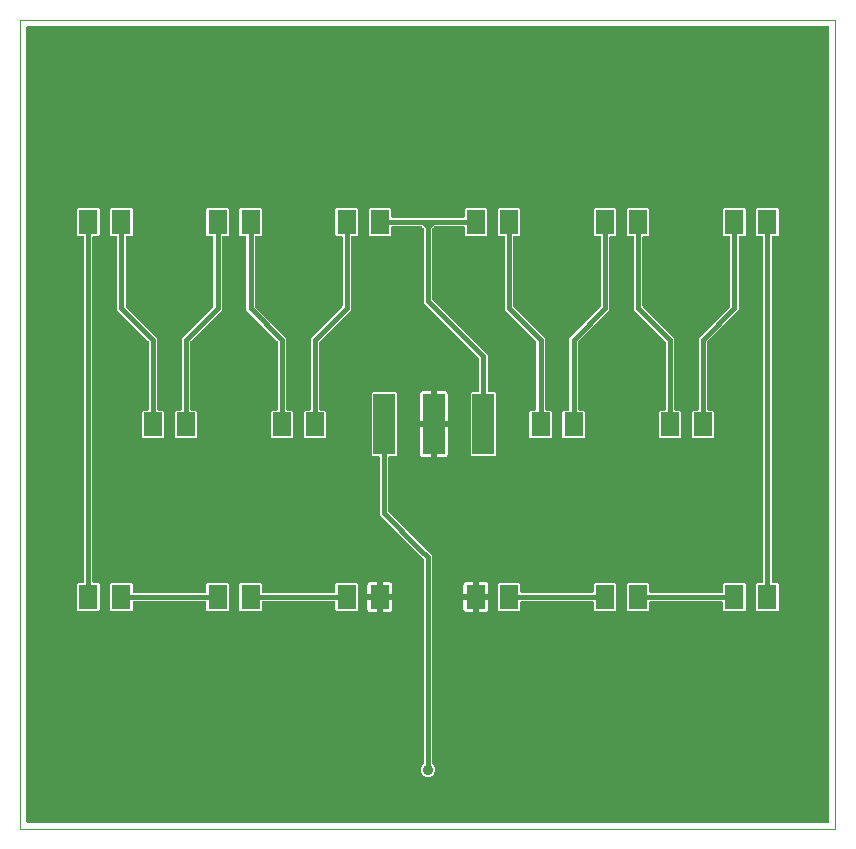
<source format=gbl>
G04 EAGLE Gerber RS-274X export*
G75*
%MOMM*%
%FSLAX34Y34*%
%LPD*%
%INCopper Bottom*%
%IPPOS*%
%AMOC8*
5,1,8,0,0,1.08239X$1,22.5*%
G01*
%ADD10C,0.000000*%
%ADD11R,1.600000X2.000000*%
%ADD12R,1.828800X5.080000*%
%ADD13C,0.406400*%
%ADD14C,0.904800*%

G36*
X683768Y5096D02*
X683768Y5096D01*
X683887Y5103D01*
X683925Y5116D01*
X683966Y5121D01*
X684076Y5164D01*
X684189Y5201D01*
X684224Y5223D01*
X684261Y5238D01*
X684357Y5307D01*
X684458Y5371D01*
X684486Y5401D01*
X684519Y5424D01*
X684595Y5516D01*
X684676Y5603D01*
X684696Y5638D01*
X684721Y5669D01*
X684772Y5777D01*
X684830Y5881D01*
X684840Y5921D01*
X684857Y5957D01*
X684879Y6074D01*
X684909Y6189D01*
X684913Y6249D01*
X684917Y6269D01*
X684915Y6290D01*
X684919Y6350D01*
X684919Y678650D01*
X684904Y678768D01*
X684897Y678887D01*
X684884Y678925D01*
X684879Y678966D01*
X684836Y679076D01*
X684799Y679189D01*
X684777Y679224D01*
X684762Y679261D01*
X684693Y679357D01*
X684629Y679458D01*
X684599Y679486D01*
X684576Y679519D01*
X684484Y679595D01*
X684397Y679676D01*
X684362Y679696D01*
X684331Y679721D01*
X684223Y679772D01*
X684119Y679830D01*
X684079Y679840D01*
X684043Y679857D01*
X683926Y679879D01*
X683811Y679909D01*
X683751Y679913D01*
X683731Y679917D01*
X683710Y679915D01*
X683650Y679919D01*
X6350Y679919D01*
X6232Y679904D01*
X6113Y679897D01*
X6075Y679884D01*
X6034Y679879D01*
X5924Y679836D01*
X5811Y679799D01*
X5776Y679777D01*
X5739Y679762D01*
X5643Y679693D01*
X5542Y679629D01*
X5514Y679599D01*
X5481Y679576D01*
X5405Y679484D01*
X5324Y679397D01*
X5304Y679362D01*
X5279Y679331D01*
X5228Y679223D01*
X5170Y679119D01*
X5160Y679079D01*
X5143Y679043D01*
X5121Y678926D01*
X5091Y678811D01*
X5087Y678751D01*
X5083Y678731D01*
X5085Y678710D01*
X5081Y678650D01*
X5081Y6350D01*
X5096Y6232D01*
X5103Y6113D01*
X5116Y6075D01*
X5121Y6034D01*
X5164Y5924D01*
X5201Y5811D01*
X5223Y5776D01*
X5238Y5739D01*
X5307Y5643D01*
X5371Y5542D01*
X5401Y5514D01*
X5424Y5481D01*
X5516Y5405D01*
X5603Y5324D01*
X5638Y5304D01*
X5669Y5279D01*
X5777Y5228D01*
X5881Y5170D01*
X5921Y5160D01*
X5957Y5143D01*
X6074Y5121D01*
X6189Y5091D01*
X6249Y5087D01*
X6269Y5083D01*
X6290Y5085D01*
X6350Y5081D01*
X683650Y5081D01*
X683768Y5096D01*
G37*
%LPC*%
G36*
X382224Y315575D02*
X382224Y315575D01*
X381331Y316468D01*
X381331Y368532D01*
X382224Y369425D01*
X387174Y369425D01*
X387292Y369440D01*
X387411Y369447D01*
X387449Y369460D01*
X387490Y369465D01*
X387600Y369508D01*
X387713Y369545D01*
X387748Y369567D01*
X387785Y369582D01*
X387881Y369651D01*
X387982Y369715D01*
X388010Y369745D01*
X388043Y369768D01*
X388119Y369860D01*
X388200Y369947D01*
X388220Y369982D01*
X388245Y370013D01*
X388296Y370121D01*
X388354Y370225D01*
X388364Y370265D01*
X388381Y370301D01*
X388403Y370418D01*
X388433Y370533D01*
X388437Y370593D01*
X388441Y370613D01*
X388439Y370634D01*
X388443Y370694D01*
X388443Y398001D01*
X388431Y398099D01*
X388428Y398198D01*
X388411Y398256D01*
X388403Y398317D01*
X388367Y398409D01*
X388339Y398504D01*
X388309Y398556D01*
X388286Y398612D01*
X388228Y398692D01*
X388178Y398778D01*
X388112Y398853D01*
X388100Y398870D01*
X388090Y398877D01*
X388072Y398899D01*
X341443Y445527D01*
X341443Y507687D01*
X341431Y507785D01*
X341428Y507884D01*
X341411Y507942D01*
X341403Y508003D01*
X341367Y508095D01*
X341339Y508190D01*
X341309Y508242D01*
X341286Y508298D01*
X341228Y508378D01*
X341178Y508464D01*
X341137Y508510D01*
X341136Y508512D01*
X341133Y508515D01*
X341112Y508539D01*
X341100Y508556D01*
X341090Y508563D01*
X341072Y508585D01*
X339835Y509822D01*
X339756Y509882D01*
X339684Y509950D01*
X339631Y509979D01*
X339583Y510016D01*
X339492Y510056D01*
X339406Y510104D01*
X339347Y510119D01*
X339291Y510143D01*
X339193Y510158D01*
X339098Y510183D01*
X338998Y510189D01*
X338977Y510193D01*
X338965Y510191D01*
X338937Y510193D01*
X315094Y510193D01*
X314976Y510178D01*
X314857Y510171D01*
X314819Y510158D01*
X314778Y510153D01*
X314668Y510110D01*
X314555Y510073D01*
X314520Y510051D01*
X314483Y510036D01*
X314387Y509967D01*
X314286Y509903D01*
X314258Y509873D01*
X314225Y509850D01*
X314149Y509758D01*
X314068Y509671D01*
X314048Y509636D01*
X314023Y509605D01*
X313972Y509497D01*
X313914Y509393D01*
X313904Y509353D01*
X313887Y509317D01*
X313865Y509200D01*
X313835Y509085D01*
X313831Y509025D01*
X313827Y509005D01*
X313829Y508984D01*
X313825Y508924D01*
X313825Y503118D01*
X312932Y502225D01*
X295668Y502225D01*
X294775Y503118D01*
X294775Y524382D01*
X295668Y525275D01*
X312932Y525275D01*
X313825Y524382D01*
X313825Y518576D01*
X313840Y518458D01*
X313847Y518339D01*
X313860Y518301D01*
X313865Y518260D01*
X313908Y518150D01*
X313945Y518037D01*
X313967Y518002D01*
X313982Y517965D01*
X314051Y517869D01*
X314115Y517768D01*
X314145Y517740D01*
X314168Y517707D01*
X314260Y517631D01*
X314347Y517550D01*
X314382Y517530D01*
X314413Y517505D01*
X314521Y517454D01*
X314625Y517396D01*
X314665Y517386D01*
X314701Y517369D01*
X314818Y517347D01*
X314933Y517317D01*
X314993Y517313D01*
X315013Y517309D01*
X315034Y517311D01*
X315094Y517307D01*
X374906Y517307D01*
X375024Y517322D01*
X375143Y517329D01*
X375181Y517342D01*
X375222Y517347D01*
X375332Y517390D01*
X375445Y517427D01*
X375480Y517449D01*
X375517Y517464D01*
X375613Y517533D01*
X375714Y517597D01*
X375742Y517627D01*
X375775Y517650D01*
X375851Y517742D01*
X375932Y517829D01*
X375952Y517864D01*
X375977Y517895D01*
X376028Y518003D01*
X376086Y518107D01*
X376096Y518147D01*
X376113Y518183D01*
X376135Y518300D01*
X376165Y518415D01*
X376169Y518475D01*
X376173Y518495D01*
X376171Y518516D01*
X376175Y518576D01*
X376175Y524382D01*
X377068Y525275D01*
X394332Y525275D01*
X395225Y524382D01*
X395225Y503118D01*
X394332Y502225D01*
X377068Y502225D01*
X376175Y503118D01*
X376175Y508924D01*
X376160Y509042D01*
X376153Y509161D01*
X376140Y509199D01*
X376135Y509240D01*
X376092Y509350D01*
X376055Y509463D01*
X376033Y509498D01*
X376018Y509535D01*
X375949Y509631D01*
X375885Y509732D01*
X375855Y509760D01*
X375832Y509793D01*
X375740Y509869D01*
X375653Y509950D01*
X375618Y509970D01*
X375587Y509995D01*
X375479Y510046D01*
X375375Y510104D01*
X375335Y510114D01*
X375299Y510131D01*
X375182Y510153D01*
X375067Y510183D01*
X375007Y510187D01*
X374987Y510191D01*
X374966Y510189D01*
X374906Y510193D01*
X351063Y510193D01*
X350965Y510181D01*
X350866Y510178D01*
X350808Y510161D01*
X350747Y510153D01*
X350655Y510117D01*
X350560Y510089D01*
X350508Y510059D01*
X350452Y510036D01*
X350372Y509978D01*
X350286Y509928D01*
X350211Y509862D01*
X350194Y509850D01*
X350187Y509840D01*
X350165Y509822D01*
X348928Y508585D01*
X348868Y508506D01*
X348800Y508434D01*
X348775Y508388D01*
X348771Y508384D01*
X348768Y508378D01*
X348734Y508333D01*
X348694Y508242D01*
X348646Y508156D01*
X348631Y508097D01*
X348607Y508041D01*
X348592Y507943D01*
X348567Y507848D01*
X348561Y507748D01*
X348557Y507727D01*
X348559Y507715D01*
X348557Y507687D01*
X348557Y448999D01*
X348569Y448901D01*
X348572Y448802D01*
X348589Y448744D01*
X348597Y448683D01*
X348633Y448591D01*
X348661Y448496D01*
X348691Y448444D01*
X348714Y448388D01*
X348772Y448308D01*
X348822Y448222D01*
X348888Y448147D01*
X348900Y448130D01*
X348910Y448123D01*
X348928Y448101D01*
X395557Y401473D01*
X395557Y370694D01*
X395572Y370576D01*
X395579Y370457D01*
X395592Y370419D01*
X395597Y370378D01*
X395640Y370268D01*
X395677Y370155D01*
X395699Y370120D01*
X395714Y370083D01*
X395783Y369987D01*
X395847Y369886D01*
X395877Y369858D01*
X395900Y369825D01*
X395992Y369749D01*
X396079Y369668D01*
X396114Y369648D01*
X396145Y369623D01*
X396253Y369572D01*
X396357Y369514D01*
X396397Y369504D01*
X396433Y369487D01*
X396550Y369465D01*
X396665Y369435D01*
X396725Y369431D01*
X396745Y369427D01*
X396766Y369429D01*
X396826Y369425D01*
X401776Y369425D01*
X402669Y368532D01*
X402669Y316468D01*
X401776Y315575D01*
X382224Y315575D01*
G37*
%LPD*%
%LPC*%
G36*
X343797Y43951D02*
X343797Y43951D01*
X341574Y44872D01*
X339872Y46574D01*
X338951Y48797D01*
X338951Y51203D01*
X339872Y53426D01*
X341072Y54626D01*
X341132Y54704D01*
X341200Y54776D01*
X341229Y54829D01*
X341266Y54877D01*
X341306Y54968D01*
X341354Y55055D01*
X341369Y55113D01*
X341393Y55169D01*
X341408Y55267D01*
X341433Y55363D01*
X341439Y55463D01*
X341443Y55483D01*
X341441Y55495D01*
X341443Y55523D01*
X341443Y228001D01*
X341431Y228099D01*
X341428Y228198D01*
X341411Y228256D01*
X341403Y228317D01*
X341367Y228409D01*
X341339Y228504D01*
X341309Y228556D01*
X341286Y228612D01*
X341228Y228692D01*
X341178Y228778D01*
X341112Y228853D01*
X341100Y228870D01*
X341090Y228877D01*
X341072Y228899D01*
X304443Y265527D01*
X304443Y314306D01*
X304428Y314424D01*
X304421Y314543D01*
X304408Y314581D01*
X304403Y314622D01*
X304360Y314732D01*
X304323Y314845D01*
X304301Y314880D01*
X304286Y314917D01*
X304217Y315013D01*
X304153Y315114D01*
X304123Y315142D01*
X304100Y315175D01*
X304008Y315251D01*
X303921Y315332D01*
X303886Y315352D01*
X303855Y315377D01*
X303747Y315428D01*
X303643Y315486D01*
X303603Y315496D01*
X303567Y315513D01*
X303450Y315535D01*
X303335Y315565D01*
X303275Y315569D01*
X303255Y315573D01*
X303234Y315571D01*
X303174Y315575D01*
X298224Y315575D01*
X297331Y316468D01*
X297331Y368532D01*
X298224Y369425D01*
X317776Y369425D01*
X318669Y368532D01*
X318669Y316468D01*
X317776Y315575D01*
X312826Y315575D01*
X312708Y315560D01*
X312589Y315553D01*
X312551Y315540D01*
X312510Y315535D01*
X312400Y315492D01*
X312287Y315455D01*
X312252Y315433D01*
X312215Y315418D01*
X312119Y315349D01*
X312018Y315285D01*
X311990Y315255D01*
X311957Y315232D01*
X311881Y315140D01*
X311800Y315053D01*
X311780Y315018D01*
X311755Y314987D01*
X311704Y314879D01*
X311646Y314775D01*
X311636Y314735D01*
X311619Y314699D01*
X311597Y314582D01*
X311567Y314467D01*
X311563Y314407D01*
X311559Y314387D01*
X311561Y314366D01*
X311557Y314306D01*
X311557Y268999D01*
X311569Y268901D01*
X311572Y268802D01*
X311589Y268744D01*
X311597Y268683D01*
X311633Y268591D01*
X311661Y268496D01*
X311691Y268444D01*
X311714Y268388D01*
X311772Y268308D01*
X311822Y268222D01*
X311888Y268147D01*
X311900Y268130D01*
X311910Y268123D01*
X311928Y268101D01*
X348557Y231473D01*
X348557Y55523D01*
X348569Y55425D01*
X348572Y55326D01*
X348589Y55268D01*
X348597Y55208D01*
X348633Y55116D01*
X348661Y55020D01*
X348691Y54968D01*
X348714Y54912D01*
X348772Y54832D01*
X348822Y54747D01*
X348888Y54671D01*
X348900Y54655D01*
X348910Y54647D01*
X348928Y54626D01*
X350128Y53426D01*
X351049Y51203D01*
X351049Y48797D01*
X350128Y46574D01*
X348426Y44872D01*
X346203Y43951D01*
X343797Y43951D01*
G37*
%LPD*%
%LPC*%
G36*
X48868Y184725D02*
X48868Y184725D01*
X47975Y185618D01*
X47975Y206882D01*
X48868Y207775D01*
X52674Y207775D01*
X52792Y207790D01*
X52911Y207797D01*
X52949Y207810D01*
X52990Y207815D01*
X53100Y207858D01*
X53213Y207895D01*
X53248Y207917D01*
X53285Y207932D01*
X53381Y208001D01*
X53482Y208065D01*
X53510Y208095D01*
X53543Y208118D01*
X53619Y208210D01*
X53700Y208297D01*
X53720Y208332D01*
X53745Y208363D01*
X53796Y208471D01*
X53854Y208575D01*
X53864Y208615D01*
X53881Y208651D01*
X53903Y208768D01*
X53933Y208883D01*
X53937Y208943D01*
X53941Y208963D01*
X53939Y208984D01*
X53943Y209044D01*
X53943Y500956D01*
X53928Y501074D01*
X53921Y501193D01*
X53908Y501231D01*
X53903Y501272D01*
X53860Y501382D01*
X53823Y501495D01*
X53801Y501530D01*
X53786Y501567D01*
X53717Y501663D01*
X53653Y501764D01*
X53623Y501792D01*
X53600Y501825D01*
X53508Y501901D01*
X53421Y501982D01*
X53386Y502002D01*
X53355Y502027D01*
X53247Y502078D01*
X53143Y502136D01*
X53103Y502146D01*
X53067Y502163D01*
X52950Y502185D01*
X52835Y502215D01*
X52775Y502219D01*
X52755Y502223D01*
X52734Y502221D01*
X52674Y502225D01*
X48868Y502225D01*
X47975Y503118D01*
X47975Y524382D01*
X48868Y525275D01*
X66132Y525275D01*
X67025Y524382D01*
X67025Y503118D01*
X66132Y502225D01*
X62326Y502225D01*
X62208Y502210D01*
X62089Y502203D01*
X62051Y502190D01*
X62010Y502185D01*
X61900Y502142D01*
X61787Y502105D01*
X61752Y502083D01*
X61715Y502068D01*
X61619Y501999D01*
X61518Y501935D01*
X61490Y501905D01*
X61457Y501882D01*
X61381Y501790D01*
X61300Y501703D01*
X61280Y501668D01*
X61255Y501637D01*
X61204Y501529D01*
X61146Y501425D01*
X61136Y501385D01*
X61119Y501349D01*
X61097Y501232D01*
X61067Y501117D01*
X61063Y501057D01*
X61059Y501037D01*
X61061Y501016D01*
X61057Y500956D01*
X61057Y209044D01*
X61072Y208926D01*
X61079Y208807D01*
X61092Y208769D01*
X61097Y208728D01*
X61140Y208618D01*
X61177Y208505D01*
X61199Y208470D01*
X61214Y208433D01*
X61283Y208337D01*
X61347Y208236D01*
X61377Y208208D01*
X61400Y208175D01*
X61492Y208099D01*
X61579Y208018D01*
X61614Y207998D01*
X61645Y207973D01*
X61753Y207922D01*
X61857Y207864D01*
X61897Y207854D01*
X61933Y207837D01*
X62050Y207815D01*
X62165Y207785D01*
X62225Y207781D01*
X62245Y207777D01*
X62266Y207779D01*
X62326Y207775D01*
X66132Y207775D01*
X67025Y206882D01*
X67025Y185618D01*
X66132Y184725D01*
X48868Y184725D01*
G37*
%LPD*%
%LPC*%
G36*
X623868Y184725D02*
X623868Y184725D01*
X622975Y185618D01*
X622975Y206882D01*
X623868Y207775D01*
X627674Y207775D01*
X627792Y207790D01*
X627911Y207797D01*
X627949Y207810D01*
X627990Y207815D01*
X628100Y207858D01*
X628213Y207895D01*
X628248Y207917D01*
X628285Y207932D01*
X628381Y208001D01*
X628482Y208065D01*
X628510Y208095D01*
X628543Y208118D01*
X628619Y208210D01*
X628700Y208297D01*
X628720Y208332D01*
X628745Y208363D01*
X628796Y208471D01*
X628854Y208575D01*
X628864Y208615D01*
X628881Y208651D01*
X628903Y208768D01*
X628933Y208883D01*
X628937Y208943D01*
X628941Y208963D01*
X628939Y208984D01*
X628943Y209044D01*
X628943Y500956D01*
X628928Y501074D01*
X628921Y501193D01*
X628908Y501231D01*
X628903Y501272D01*
X628860Y501382D01*
X628823Y501495D01*
X628801Y501530D01*
X628786Y501567D01*
X628717Y501663D01*
X628653Y501764D01*
X628623Y501792D01*
X628600Y501825D01*
X628508Y501901D01*
X628421Y501982D01*
X628386Y502002D01*
X628355Y502027D01*
X628247Y502078D01*
X628143Y502136D01*
X628103Y502146D01*
X628067Y502163D01*
X627950Y502185D01*
X627835Y502215D01*
X627775Y502219D01*
X627755Y502223D01*
X627734Y502221D01*
X627674Y502225D01*
X623868Y502225D01*
X622975Y503118D01*
X622975Y524382D01*
X623868Y525275D01*
X641132Y525275D01*
X642025Y524382D01*
X642025Y503118D01*
X641132Y502225D01*
X637326Y502225D01*
X637208Y502210D01*
X637089Y502203D01*
X637051Y502190D01*
X637010Y502185D01*
X636900Y502142D01*
X636787Y502105D01*
X636752Y502083D01*
X636715Y502068D01*
X636619Y501999D01*
X636518Y501935D01*
X636490Y501905D01*
X636457Y501882D01*
X636381Y501790D01*
X636300Y501703D01*
X636280Y501668D01*
X636255Y501637D01*
X636204Y501529D01*
X636146Y501425D01*
X636136Y501385D01*
X636119Y501349D01*
X636097Y501232D01*
X636067Y501117D01*
X636063Y501057D01*
X636059Y501037D01*
X636061Y501016D01*
X636057Y500956D01*
X636057Y209044D01*
X636072Y208926D01*
X636079Y208807D01*
X636092Y208769D01*
X636097Y208728D01*
X636140Y208618D01*
X636177Y208505D01*
X636199Y208470D01*
X636214Y208433D01*
X636283Y208337D01*
X636347Y208236D01*
X636377Y208208D01*
X636400Y208175D01*
X636492Y208099D01*
X636579Y208018D01*
X636614Y207998D01*
X636645Y207973D01*
X636753Y207922D01*
X636857Y207864D01*
X636897Y207854D01*
X636933Y207837D01*
X637050Y207815D01*
X637165Y207785D01*
X637225Y207781D01*
X637245Y207777D01*
X637266Y207779D01*
X637326Y207775D01*
X641132Y207775D01*
X642025Y206882D01*
X642025Y185618D01*
X641132Y184725D01*
X623868Y184725D01*
G37*
%LPD*%
%LPC*%
G36*
X212968Y330975D02*
X212968Y330975D01*
X212075Y331868D01*
X212075Y353132D01*
X212968Y354025D01*
X216774Y354025D01*
X216892Y354040D01*
X217011Y354047D01*
X217049Y354060D01*
X217090Y354065D01*
X217200Y354108D01*
X217313Y354145D01*
X217348Y354167D01*
X217385Y354182D01*
X217481Y354251D01*
X217582Y354315D01*
X217610Y354345D01*
X217643Y354368D01*
X217719Y354460D01*
X217800Y354547D01*
X217820Y354582D01*
X217845Y354613D01*
X217896Y354721D01*
X217954Y354825D01*
X217964Y354865D01*
X217981Y354901D01*
X218003Y355018D01*
X218033Y355133D01*
X218037Y355193D01*
X218041Y355213D01*
X218039Y355234D01*
X218043Y355294D01*
X218043Y412001D01*
X218031Y412099D01*
X218028Y412198D01*
X218011Y412256D01*
X218003Y412317D01*
X217967Y412409D01*
X217939Y412504D01*
X217909Y412556D01*
X217886Y412612D01*
X217828Y412692D01*
X217778Y412778D01*
X217712Y412853D01*
X217700Y412870D01*
X217690Y412877D01*
X217672Y412899D01*
X191343Y439227D01*
X191343Y500956D01*
X191328Y501074D01*
X191321Y501193D01*
X191308Y501231D01*
X191303Y501272D01*
X191260Y501382D01*
X191223Y501495D01*
X191201Y501530D01*
X191186Y501567D01*
X191117Y501663D01*
X191053Y501764D01*
X191023Y501792D01*
X191000Y501825D01*
X190908Y501901D01*
X190821Y501982D01*
X190786Y502002D01*
X190755Y502027D01*
X190647Y502078D01*
X190543Y502136D01*
X190503Y502146D01*
X190467Y502163D01*
X190350Y502185D01*
X190235Y502215D01*
X190175Y502219D01*
X190155Y502223D01*
X190134Y502221D01*
X190074Y502225D01*
X186268Y502225D01*
X185375Y503118D01*
X185375Y524382D01*
X186268Y525275D01*
X203532Y525275D01*
X204425Y524382D01*
X204425Y503118D01*
X203532Y502225D01*
X199726Y502225D01*
X199608Y502210D01*
X199489Y502203D01*
X199451Y502190D01*
X199410Y502185D01*
X199300Y502142D01*
X199187Y502105D01*
X199152Y502083D01*
X199115Y502068D01*
X199019Y501999D01*
X198918Y501935D01*
X198890Y501905D01*
X198857Y501882D01*
X198781Y501790D01*
X198700Y501703D01*
X198680Y501668D01*
X198655Y501637D01*
X198604Y501529D01*
X198546Y501425D01*
X198536Y501385D01*
X198519Y501349D01*
X198497Y501232D01*
X198467Y501117D01*
X198463Y501057D01*
X198459Y501037D01*
X198461Y501016D01*
X198457Y500956D01*
X198457Y442699D01*
X198469Y442601D01*
X198472Y442502D01*
X198489Y442444D01*
X198497Y442383D01*
X198533Y442291D01*
X198561Y442196D01*
X198591Y442144D01*
X198614Y442088D01*
X198672Y442008D01*
X198722Y441922D01*
X198788Y441847D01*
X198800Y441830D01*
X198810Y441823D01*
X198828Y441801D01*
X225157Y415473D01*
X225157Y355294D01*
X225172Y355176D01*
X225179Y355057D01*
X225192Y355019D01*
X225197Y354978D01*
X225240Y354868D01*
X225277Y354755D01*
X225299Y354720D01*
X225314Y354683D01*
X225383Y354587D01*
X225447Y354486D01*
X225477Y354458D01*
X225500Y354425D01*
X225592Y354349D01*
X225679Y354268D01*
X225714Y354248D01*
X225745Y354223D01*
X225853Y354172D01*
X225957Y354114D01*
X225997Y354104D01*
X226033Y354087D01*
X226150Y354065D01*
X226265Y354035D01*
X226325Y354031D01*
X226345Y354027D01*
X226366Y354029D01*
X226426Y354025D01*
X230232Y354025D01*
X231125Y353132D01*
X231125Y331868D01*
X230232Y330975D01*
X212968Y330975D01*
G37*
%LPD*%
%LPC*%
G36*
X103568Y330975D02*
X103568Y330975D01*
X102675Y331868D01*
X102675Y353132D01*
X103568Y354025D01*
X107374Y354025D01*
X107492Y354040D01*
X107611Y354047D01*
X107649Y354060D01*
X107690Y354065D01*
X107800Y354108D01*
X107913Y354145D01*
X107948Y354167D01*
X107985Y354182D01*
X108081Y354251D01*
X108182Y354315D01*
X108210Y354345D01*
X108243Y354368D01*
X108319Y354460D01*
X108400Y354547D01*
X108420Y354582D01*
X108445Y354613D01*
X108496Y354721D01*
X108554Y354825D01*
X108564Y354865D01*
X108581Y354901D01*
X108603Y355018D01*
X108633Y355133D01*
X108637Y355193D01*
X108641Y355213D01*
X108639Y355234D01*
X108643Y355294D01*
X108643Y412001D01*
X108631Y412099D01*
X108628Y412198D01*
X108611Y412256D01*
X108603Y412317D01*
X108567Y412409D01*
X108539Y412504D01*
X108509Y412556D01*
X108486Y412612D01*
X108428Y412692D01*
X108378Y412778D01*
X108312Y412853D01*
X108300Y412870D01*
X108290Y412877D01*
X108272Y412899D01*
X81943Y439227D01*
X81943Y500956D01*
X81928Y501074D01*
X81921Y501193D01*
X81908Y501231D01*
X81903Y501272D01*
X81860Y501382D01*
X81823Y501495D01*
X81801Y501530D01*
X81786Y501567D01*
X81717Y501663D01*
X81653Y501764D01*
X81623Y501792D01*
X81600Y501825D01*
X81508Y501901D01*
X81421Y501982D01*
X81386Y502002D01*
X81355Y502027D01*
X81247Y502078D01*
X81143Y502136D01*
X81103Y502146D01*
X81067Y502163D01*
X80950Y502185D01*
X80835Y502215D01*
X80775Y502219D01*
X80755Y502223D01*
X80734Y502221D01*
X80674Y502225D01*
X76868Y502225D01*
X75975Y503118D01*
X75975Y524382D01*
X76868Y525275D01*
X94132Y525275D01*
X95025Y524382D01*
X95025Y503118D01*
X94132Y502225D01*
X90326Y502225D01*
X90208Y502210D01*
X90089Y502203D01*
X90051Y502190D01*
X90010Y502185D01*
X89900Y502142D01*
X89787Y502105D01*
X89752Y502083D01*
X89715Y502068D01*
X89619Y501999D01*
X89518Y501935D01*
X89490Y501905D01*
X89457Y501882D01*
X89381Y501790D01*
X89300Y501703D01*
X89280Y501668D01*
X89255Y501637D01*
X89204Y501529D01*
X89146Y501425D01*
X89136Y501385D01*
X89119Y501349D01*
X89097Y501232D01*
X89067Y501117D01*
X89063Y501057D01*
X89059Y501037D01*
X89061Y501016D01*
X89057Y500956D01*
X89057Y442699D01*
X89069Y442601D01*
X89072Y442502D01*
X89089Y442444D01*
X89097Y442383D01*
X89133Y442291D01*
X89161Y442196D01*
X89191Y442144D01*
X89214Y442088D01*
X89272Y442008D01*
X89322Y441922D01*
X89388Y441847D01*
X89400Y441830D01*
X89410Y441823D01*
X89428Y441801D01*
X115757Y415473D01*
X115757Y355294D01*
X115772Y355176D01*
X115779Y355057D01*
X115792Y355019D01*
X115797Y354978D01*
X115840Y354868D01*
X115877Y354755D01*
X115899Y354720D01*
X115914Y354683D01*
X115983Y354587D01*
X116047Y354486D01*
X116077Y354458D01*
X116100Y354425D01*
X116192Y354349D01*
X116279Y354268D01*
X116314Y354248D01*
X116345Y354223D01*
X116453Y354172D01*
X116557Y354114D01*
X116597Y354104D01*
X116633Y354087D01*
X116750Y354065D01*
X116865Y354035D01*
X116925Y354031D01*
X116945Y354027D01*
X116966Y354029D01*
X117026Y354025D01*
X120832Y354025D01*
X121725Y353132D01*
X121725Y331868D01*
X120832Y330975D01*
X103568Y330975D01*
G37*
%LPD*%
%LPC*%
G36*
X431768Y330975D02*
X431768Y330975D01*
X430875Y331868D01*
X430875Y353132D01*
X431768Y354025D01*
X435574Y354025D01*
X435692Y354040D01*
X435811Y354047D01*
X435849Y354060D01*
X435890Y354065D01*
X436000Y354108D01*
X436113Y354145D01*
X436148Y354167D01*
X436185Y354182D01*
X436281Y354251D01*
X436382Y354315D01*
X436410Y354345D01*
X436443Y354368D01*
X436519Y354460D01*
X436600Y354547D01*
X436620Y354582D01*
X436645Y354613D01*
X436696Y354721D01*
X436754Y354825D01*
X436764Y354865D01*
X436781Y354901D01*
X436803Y355018D01*
X436833Y355133D01*
X436837Y355193D01*
X436841Y355213D01*
X436839Y355234D01*
X436843Y355294D01*
X436843Y412001D01*
X436831Y412099D01*
X436828Y412198D01*
X436811Y412256D01*
X436803Y412317D01*
X436767Y412409D01*
X436739Y412504D01*
X436709Y412556D01*
X436686Y412612D01*
X436628Y412692D01*
X436578Y412778D01*
X436512Y412853D01*
X436500Y412870D01*
X436490Y412877D01*
X436472Y412899D01*
X410143Y439227D01*
X410143Y500956D01*
X410128Y501074D01*
X410121Y501193D01*
X410108Y501231D01*
X410103Y501272D01*
X410060Y501382D01*
X410023Y501495D01*
X410001Y501530D01*
X409986Y501567D01*
X409917Y501663D01*
X409853Y501764D01*
X409823Y501792D01*
X409800Y501825D01*
X409708Y501901D01*
X409621Y501982D01*
X409586Y502002D01*
X409555Y502027D01*
X409447Y502078D01*
X409343Y502136D01*
X409303Y502146D01*
X409267Y502163D01*
X409150Y502185D01*
X409035Y502215D01*
X408975Y502219D01*
X408955Y502223D01*
X408934Y502221D01*
X408874Y502225D01*
X405068Y502225D01*
X404175Y503118D01*
X404175Y524382D01*
X405068Y525275D01*
X422332Y525275D01*
X423225Y524382D01*
X423225Y503118D01*
X422332Y502225D01*
X418526Y502225D01*
X418408Y502210D01*
X418289Y502203D01*
X418251Y502190D01*
X418210Y502185D01*
X418100Y502142D01*
X417987Y502105D01*
X417952Y502083D01*
X417915Y502068D01*
X417819Y501999D01*
X417718Y501935D01*
X417690Y501905D01*
X417657Y501882D01*
X417581Y501790D01*
X417500Y501703D01*
X417480Y501668D01*
X417455Y501637D01*
X417404Y501529D01*
X417346Y501425D01*
X417336Y501385D01*
X417319Y501349D01*
X417297Y501232D01*
X417267Y501117D01*
X417263Y501057D01*
X417259Y501037D01*
X417261Y501016D01*
X417257Y500956D01*
X417257Y442699D01*
X417269Y442601D01*
X417272Y442502D01*
X417289Y442444D01*
X417297Y442383D01*
X417333Y442291D01*
X417361Y442196D01*
X417391Y442144D01*
X417414Y442088D01*
X417472Y442008D01*
X417522Y441922D01*
X417588Y441847D01*
X417600Y441830D01*
X417610Y441823D01*
X417628Y441801D01*
X443957Y415473D01*
X443957Y355294D01*
X443972Y355176D01*
X443979Y355057D01*
X443992Y355019D01*
X443997Y354978D01*
X444040Y354868D01*
X444077Y354755D01*
X444099Y354720D01*
X444114Y354683D01*
X444183Y354587D01*
X444247Y354486D01*
X444277Y354458D01*
X444300Y354425D01*
X444392Y354349D01*
X444479Y354268D01*
X444514Y354248D01*
X444545Y354223D01*
X444653Y354172D01*
X444757Y354114D01*
X444797Y354104D01*
X444833Y354087D01*
X444950Y354065D01*
X445065Y354035D01*
X445125Y354031D01*
X445145Y354027D01*
X445166Y354029D01*
X445226Y354025D01*
X449032Y354025D01*
X449925Y353132D01*
X449925Y331868D01*
X449032Y330975D01*
X431768Y330975D01*
G37*
%LPD*%
%LPC*%
G36*
X541168Y330975D02*
X541168Y330975D01*
X540275Y331868D01*
X540275Y353132D01*
X541168Y354025D01*
X544974Y354025D01*
X545092Y354040D01*
X545211Y354047D01*
X545249Y354060D01*
X545290Y354065D01*
X545400Y354108D01*
X545513Y354145D01*
X545548Y354167D01*
X545585Y354182D01*
X545681Y354251D01*
X545782Y354315D01*
X545810Y354345D01*
X545843Y354368D01*
X545919Y354460D01*
X546000Y354547D01*
X546020Y354582D01*
X546045Y354613D01*
X546096Y354721D01*
X546154Y354825D01*
X546164Y354865D01*
X546181Y354901D01*
X546203Y355018D01*
X546233Y355133D01*
X546237Y355193D01*
X546241Y355213D01*
X546239Y355234D01*
X546243Y355294D01*
X546243Y412001D01*
X546231Y412099D01*
X546228Y412198D01*
X546211Y412256D01*
X546203Y412317D01*
X546167Y412409D01*
X546139Y412504D01*
X546109Y412556D01*
X546086Y412612D01*
X546028Y412692D01*
X545978Y412778D01*
X545912Y412853D01*
X545900Y412870D01*
X545890Y412877D01*
X545872Y412899D01*
X519543Y439227D01*
X519543Y500956D01*
X519528Y501074D01*
X519521Y501193D01*
X519508Y501231D01*
X519503Y501272D01*
X519460Y501382D01*
X519423Y501495D01*
X519401Y501530D01*
X519386Y501567D01*
X519317Y501663D01*
X519253Y501764D01*
X519223Y501792D01*
X519200Y501825D01*
X519108Y501901D01*
X519021Y501982D01*
X518986Y502002D01*
X518955Y502027D01*
X518847Y502078D01*
X518743Y502136D01*
X518703Y502146D01*
X518667Y502163D01*
X518550Y502185D01*
X518435Y502215D01*
X518375Y502219D01*
X518355Y502223D01*
X518334Y502221D01*
X518274Y502225D01*
X514468Y502225D01*
X513575Y503118D01*
X513575Y524382D01*
X514468Y525275D01*
X531732Y525275D01*
X532625Y524382D01*
X532625Y503118D01*
X531732Y502225D01*
X527926Y502225D01*
X527808Y502210D01*
X527689Y502203D01*
X527651Y502190D01*
X527610Y502185D01*
X527500Y502142D01*
X527387Y502105D01*
X527352Y502083D01*
X527315Y502068D01*
X527219Y501999D01*
X527118Y501935D01*
X527090Y501905D01*
X527057Y501882D01*
X526981Y501790D01*
X526900Y501703D01*
X526880Y501668D01*
X526855Y501637D01*
X526804Y501529D01*
X526746Y501425D01*
X526736Y501385D01*
X526719Y501349D01*
X526697Y501232D01*
X526667Y501117D01*
X526663Y501057D01*
X526659Y501037D01*
X526661Y501016D01*
X526657Y500956D01*
X526657Y442699D01*
X526669Y442601D01*
X526672Y442502D01*
X526689Y442444D01*
X526697Y442383D01*
X526733Y442291D01*
X526761Y442196D01*
X526791Y442144D01*
X526814Y442088D01*
X526872Y442008D01*
X526922Y441922D01*
X526988Y441847D01*
X527000Y441830D01*
X527010Y441823D01*
X527028Y441801D01*
X553357Y415473D01*
X553357Y355294D01*
X553372Y355176D01*
X553379Y355057D01*
X553392Y355019D01*
X553397Y354978D01*
X553440Y354868D01*
X553477Y354755D01*
X553499Y354720D01*
X553514Y354683D01*
X553583Y354587D01*
X553647Y354486D01*
X553677Y354458D01*
X553700Y354425D01*
X553792Y354349D01*
X553879Y354268D01*
X553914Y354248D01*
X553945Y354223D01*
X554053Y354172D01*
X554157Y354114D01*
X554197Y354104D01*
X554233Y354087D01*
X554350Y354065D01*
X554465Y354035D01*
X554525Y354031D01*
X554545Y354027D01*
X554566Y354029D01*
X554626Y354025D01*
X558432Y354025D01*
X559325Y353132D01*
X559325Y331868D01*
X558432Y330975D01*
X541168Y330975D01*
G37*
%LPD*%
%LPC*%
G36*
X240968Y330975D02*
X240968Y330975D01*
X240075Y331868D01*
X240075Y353132D01*
X240968Y354025D01*
X244774Y354025D01*
X244892Y354040D01*
X245011Y354047D01*
X245049Y354060D01*
X245090Y354065D01*
X245200Y354108D01*
X245313Y354145D01*
X245348Y354167D01*
X245385Y354182D01*
X245481Y354251D01*
X245582Y354315D01*
X245610Y354345D01*
X245643Y354368D01*
X245719Y354460D01*
X245800Y354547D01*
X245820Y354582D01*
X245845Y354613D01*
X245896Y354721D01*
X245954Y354825D01*
X245964Y354865D01*
X245981Y354901D01*
X246003Y355018D01*
X246033Y355133D01*
X246037Y355193D01*
X246041Y355213D01*
X246039Y355234D01*
X246043Y355294D01*
X246043Y415473D01*
X272372Y441801D01*
X272432Y441880D01*
X272500Y441952D01*
X272529Y442005D01*
X272566Y442053D01*
X272606Y442144D01*
X272654Y442230D01*
X272669Y442289D01*
X272693Y442345D01*
X272708Y442443D01*
X272733Y442538D01*
X272739Y442638D01*
X272743Y442659D01*
X272741Y442671D01*
X272743Y442699D01*
X272743Y500956D01*
X272728Y501074D01*
X272721Y501193D01*
X272708Y501231D01*
X272703Y501272D01*
X272660Y501382D01*
X272623Y501495D01*
X272601Y501530D01*
X272586Y501567D01*
X272517Y501663D01*
X272453Y501764D01*
X272423Y501792D01*
X272400Y501825D01*
X272308Y501901D01*
X272221Y501982D01*
X272186Y502002D01*
X272155Y502027D01*
X272047Y502078D01*
X271943Y502136D01*
X271903Y502146D01*
X271867Y502163D01*
X271750Y502185D01*
X271635Y502215D01*
X271575Y502219D01*
X271555Y502223D01*
X271534Y502221D01*
X271474Y502225D01*
X267668Y502225D01*
X266775Y503118D01*
X266775Y524382D01*
X267668Y525275D01*
X284932Y525275D01*
X285825Y524382D01*
X285825Y503118D01*
X284932Y502225D01*
X281126Y502225D01*
X281008Y502210D01*
X280889Y502203D01*
X280851Y502190D01*
X280810Y502185D01*
X280700Y502142D01*
X280587Y502105D01*
X280552Y502083D01*
X280515Y502068D01*
X280419Y501999D01*
X280318Y501935D01*
X280290Y501905D01*
X280257Y501882D01*
X280181Y501790D01*
X280100Y501703D01*
X280080Y501668D01*
X280055Y501637D01*
X280004Y501529D01*
X279946Y501425D01*
X279936Y501385D01*
X279919Y501349D01*
X279897Y501232D01*
X279867Y501117D01*
X279863Y501057D01*
X279859Y501037D01*
X279861Y501016D01*
X279857Y500956D01*
X279857Y439227D01*
X253528Y412899D01*
X253468Y412820D01*
X253400Y412748D01*
X253371Y412695D01*
X253334Y412647D01*
X253294Y412556D01*
X253246Y412470D01*
X253231Y412411D01*
X253207Y412355D01*
X253192Y412257D01*
X253167Y412162D01*
X253161Y412062D01*
X253157Y412041D01*
X253159Y412029D01*
X253157Y412001D01*
X253157Y355294D01*
X253172Y355176D01*
X253179Y355057D01*
X253192Y355019D01*
X253197Y354978D01*
X253240Y354868D01*
X253277Y354755D01*
X253299Y354720D01*
X253314Y354683D01*
X253383Y354587D01*
X253447Y354486D01*
X253477Y354458D01*
X253500Y354425D01*
X253592Y354349D01*
X253679Y354268D01*
X253714Y354248D01*
X253745Y354223D01*
X253853Y354172D01*
X253957Y354114D01*
X253997Y354104D01*
X254033Y354087D01*
X254150Y354065D01*
X254265Y354035D01*
X254325Y354031D01*
X254345Y354027D01*
X254366Y354029D01*
X254426Y354025D01*
X258232Y354025D01*
X259125Y353132D01*
X259125Y331868D01*
X258232Y330975D01*
X240968Y330975D01*
G37*
%LPD*%
%LPC*%
G36*
X131568Y330975D02*
X131568Y330975D01*
X130675Y331868D01*
X130675Y353132D01*
X131568Y354025D01*
X135374Y354025D01*
X135492Y354040D01*
X135611Y354047D01*
X135649Y354060D01*
X135690Y354065D01*
X135800Y354108D01*
X135913Y354145D01*
X135948Y354167D01*
X135985Y354182D01*
X136081Y354251D01*
X136182Y354315D01*
X136210Y354345D01*
X136243Y354368D01*
X136319Y354460D01*
X136400Y354547D01*
X136420Y354582D01*
X136445Y354613D01*
X136496Y354721D01*
X136554Y354825D01*
X136564Y354865D01*
X136581Y354901D01*
X136603Y355018D01*
X136633Y355133D01*
X136637Y355193D01*
X136641Y355213D01*
X136639Y355234D01*
X136643Y355294D01*
X136643Y415473D01*
X162972Y441801D01*
X163032Y441880D01*
X163100Y441952D01*
X163129Y442005D01*
X163166Y442053D01*
X163206Y442144D01*
X163254Y442230D01*
X163269Y442289D01*
X163293Y442345D01*
X163308Y442443D01*
X163333Y442538D01*
X163339Y442638D01*
X163343Y442659D01*
X163341Y442671D01*
X163343Y442699D01*
X163343Y500956D01*
X163328Y501074D01*
X163321Y501193D01*
X163308Y501231D01*
X163303Y501272D01*
X163260Y501382D01*
X163223Y501495D01*
X163201Y501530D01*
X163186Y501567D01*
X163117Y501663D01*
X163053Y501764D01*
X163023Y501792D01*
X163000Y501825D01*
X162908Y501901D01*
X162821Y501982D01*
X162786Y502002D01*
X162755Y502027D01*
X162647Y502078D01*
X162543Y502136D01*
X162503Y502146D01*
X162467Y502163D01*
X162350Y502185D01*
X162235Y502215D01*
X162175Y502219D01*
X162155Y502223D01*
X162134Y502221D01*
X162074Y502225D01*
X158268Y502225D01*
X157375Y503118D01*
X157375Y524382D01*
X158268Y525275D01*
X175532Y525275D01*
X176425Y524382D01*
X176425Y503118D01*
X175532Y502225D01*
X171726Y502225D01*
X171608Y502210D01*
X171489Y502203D01*
X171451Y502190D01*
X171410Y502185D01*
X171300Y502142D01*
X171187Y502105D01*
X171152Y502083D01*
X171115Y502068D01*
X171019Y501999D01*
X170918Y501935D01*
X170890Y501905D01*
X170857Y501882D01*
X170781Y501790D01*
X170700Y501703D01*
X170680Y501668D01*
X170655Y501637D01*
X170604Y501529D01*
X170546Y501425D01*
X170536Y501385D01*
X170519Y501349D01*
X170497Y501232D01*
X170467Y501117D01*
X170463Y501057D01*
X170459Y501037D01*
X170461Y501016D01*
X170457Y500956D01*
X170457Y439227D01*
X144128Y412899D01*
X144068Y412820D01*
X144000Y412748D01*
X143971Y412695D01*
X143934Y412647D01*
X143894Y412556D01*
X143846Y412470D01*
X143831Y412411D01*
X143807Y412355D01*
X143792Y412257D01*
X143767Y412162D01*
X143761Y412062D01*
X143757Y412041D01*
X143759Y412029D01*
X143757Y412001D01*
X143757Y355294D01*
X143772Y355176D01*
X143779Y355057D01*
X143792Y355019D01*
X143797Y354978D01*
X143840Y354868D01*
X143877Y354755D01*
X143899Y354720D01*
X143914Y354683D01*
X143983Y354587D01*
X144047Y354486D01*
X144077Y354458D01*
X144100Y354425D01*
X144192Y354349D01*
X144279Y354268D01*
X144314Y354248D01*
X144345Y354223D01*
X144453Y354172D01*
X144557Y354114D01*
X144597Y354104D01*
X144633Y354087D01*
X144750Y354065D01*
X144865Y354035D01*
X144925Y354031D01*
X144945Y354027D01*
X144966Y354029D01*
X145026Y354025D01*
X148832Y354025D01*
X149725Y353132D01*
X149725Y331868D01*
X148832Y330975D01*
X131568Y330975D01*
G37*
%LPD*%
%LPC*%
G36*
X569168Y330975D02*
X569168Y330975D01*
X568275Y331868D01*
X568275Y353132D01*
X569168Y354025D01*
X572974Y354025D01*
X573092Y354040D01*
X573211Y354047D01*
X573249Y354060D01*
X573290Y354065D01*
X573400Y354108D01*
X573513Y354145D01*
X573548Y354167D01*
X573585Y354182D01*
X573681Y354251D01*
X573782Y354315D01*
X573810Y354345D01*
X573843Y354368D01*
X573919Y354460D01*
X574000Y354547D01*
X574020Y354582D01*
X574045Y354613D01*
X574096Y354721D01*
X574154Y354825D01*
X574164Y354865D01*
X574181Y354901D01*
X574203Y355018D01*
X574233Y355133D01*
X574237Y355193D01*
X574241Y355213D01*
X574239Y355234D01*
X574243Y355294D01*
X574243Y415473D01*
X600572Y441801D01*
X600632Y441880D01*
X600700Y441952D01*
X600729Y442005D01*
X600766Y442053D01*
X600806Y442144D01*
X600854Y442230D01*
X600869Y442289D01*
X600893Y442345D01*
X600908Y442443D01*
X600933Y442538D01*
X600939Y442638D01*
X600943Y442659D01*
X600941Y442671D01*
X600943Y442699D01*
X600943Y500956D01*
X600928Y501074D01*
X600921Y501193D01*
X600908Y501231D01*
X600903Y501272D01*
X600860Y501382D01*
X600823Y501495D01*
X600801Y501530D01*
X600786Y501567D01*
X600717Y501663D01*
X600653Y501764D01*
X600623Y501792D01*
X600600Y501825D01*
X600508Y501901D01*
X600421Y501982D01*
X600386Y502002D01*
X600355Y502027D01*
X600247Y502078D01*
X600143Y502136D01*
X600103Y502146D01*
X600067Y502163D01*
X599950Y502185D01*
X599835Y502215D01*
X599775Y502219D01*
X599755Y502223D01*
X599734Y502221D01*
X599674Y502225D01*
X595868Y502225D01*
X594975Y503118D01*
X594975Y524382D01*
X595868Y525275D01*
X613132Y525275D01*
X614025Y524382D01*
X614025Y503118D01*
X613132Y502225D01*
X609326Y502225D01*
X609208Y502210D01*
X609089Y502203D01*
X609051Y502190D01*
X609010Y502185D01*
X608900Y502142D01*
X608787Y502105D01*
X608752Y502083D01*
X608715Y502068D01*
X608619Y501999D01*
X608518Y501935D01*
X608490Y501905D01*
X608457Y501882D01*
X608381Y501790D01*
X608300Y501703D01*
X608280Y501668D01*
X608255Y501637D01*
X608204Y501529D01*
X608146Y501425D01*
X608136Y501385D01*
X608119Y501349D01*
X608097Y501232D01*
X608067Y501117D01*
X608063Y501057D01*
X608059Y501037D01*
X608061Y501016D01*
X608057Y500956D01*
X608057Y439227D01*
X581728Y412899D01*
X581668Y412820D01*
X581600Y412748D01*
X581571Y412695D01*
X581534Y412647D01*
X581494Y412556D01*
X581446Y412470D01*
X581431Y412411D01*
X581407Y412355D01*
X581392Y412257D01*
X581367Y412162D01*
X581361Y412062D01*
X581357Y412041D01*
X581359Y412029D01*
X581357Y412001D01*
X581357Y355294D01*
X581372Y355176D01*
X581379Y355057D01*
X581392Y355019D01*
X581397Y354978D01*
X581440Y354868D01*
X581477Y354755D01*
X581499Y354720D01*
X581514Y354683D01*
X581583Y354587D01*
X581647Y354486D01*
X581677Y354458D01*
X581700Y354425D01*
X581792Y354349D01*
X581879Y354268D01*
X581914Y354248D01*
X581945Y354223D01*
X582053Y354172D01*
X582157Y354114D01*
X582197Y354104D01*
X582233Y354087D01*
X582350Y354065D01*
X582465Y354035D01*
X582525Y354031D01*
X582545Y354027D01*
X582566Y354029D01*
X582626Y354025D01*
X586432Y354025D01*
X587325Y353132D01*
X587325Y331868D01*
X586432Y330975D01*
X569168Y330975D01*
G37*
%LPD*%
%LPC*%
G36*
X459768Y330975D02*
X459768Y330975D01*
X458875Y331868D01*
X458875Y353132D01*
X459768Y354025D01*
X463574Y354025D01*
X463692Y354040D01*
X463811Y354047D01*
X463849Y354060D01*
X463890Y354065D01*
X464000Y354108D01*
X464113Y354145D01*
X464148Y354167D01*
X464185Y354182D01*
X464281Y354251D01*
X464382Y354315D01*
X464410Y354345D01*
X464443Y354368D01*
X464519Y354460D01*
X464600Y354547D01*
X464620Y354582D01*
X464645Y354613D01*
X464696Y354721D01*
X464754Y354825D01*
X464764Y354865D01*
X464781Y354901D01*
X464803Y355018D01*
X464833Y355133D01*
X464837Y355193D01*
X464841Y355213D01*
X464839Y355234D01*
X464843Y355294D01*
X464843Y415473D01*
X467298Y417928D01*
X467299Y417928D01*
X491172Y441801D01*
X491232Y441880D01*
X491300Y441952D01*
X491329Y442005D01*
X491366Y442053D01*
X491406Y442144D01*
X491454Y442230D01*
X491469Y442289D01*
X491493Y442345D01*
X491508Y442443D01*
X491533Y442538D01*
X491539Y442638D01*
X491543Y442659D01*
X491541Y442671D01*
X491543Y442699D01*
X491543Y500956D01*
X491528Y501074D01*
X491521Y501193D01*
X491508Y501231D01*
X491503Y501272D01*
X491460Y501382D01*
X491423Y501495D01*
X491401Y501530D01*
X491386Y501567D01*
X491317Y501663D01*
X491253Y501764D01*
X491223Y501792D01*
X491200Y501825D01*
X491108Y501901D01*
X491021Y501982D01*
X490986Y502002D01*
X490955Y502027D01*
X490847Y502078D01*
X490743Y502136D01*
X490703Y502146D01*
X490667Y502163D01*
X490550Y502185D01*
X490435Y502215D01*
X490375Y502219D01*
X490355Y502223D01*
X490334Y502221D01*
X490274Y502225D01*
X486468Y502225D01*
X485575Y503118D01*
X485575Y524382D01*
X486468Y525275D01*
X503732Y525275D01*
X504625Y524382D01*
X504625Y503118D01*
X503732Y502225D01*
X499926Y502225D01*
X499808Y502210D01*
X499689Y502203D01*
X499651Y502190D01*
X499610Y502185D01*
X499500Y502142D01*
X499387Y502105D01*
X499352Y502083D01*
X499315Y502068D01*
X499219Y501999D01*
X499118Y501935D01*
X499090Y501905D01*
X499057Y501882D01*
X498981Y501790D01*
X498900Y501703D01*
X498880Y501668D01*
X498855Y501637D01*
X498804Y501529D01*
X498746Y501425D01*
X498736Y501385D01*
X498719Y501349D01*
X498697Y501232D01*
X498667Y501117D01*
X498663Y501057D01*
X498659Y501037D01*
X498661Y501016D01*
X498657Y500956D01*
X498657Y439227D01*
X496202Y436772D01*
X496201Y436772D01*
X472328Y412899D01*
X472268Y412820D01*
X472200Y412748D01*
X472171Y412695D01*
X472134Y412647D01*
X472094Y412556D01*
X472046Y412470D01*
X472031Y412411D01*
X472007Y412355D01*
X471992Y412257D01*
X471967Y412162D01*
X471961Y412062D01*
X471957Y412041D01*
X471959Y412029D01*
X471957Y412001D01*
X471957Y355294D01*
X471972Y355176D01*
X471979Y355057D01*
X471992Y355019D01*
X471997Y354978D01*
X472040Y354868D01*
X472077Y354755D01*
X472099Y354720D01*
X472114Y354683D01*
X472183Y354587D01*
X472247Y354486D01*
X472277Y354458D01*
X472300Y354425D01*
X472392Y354349D01*
X472479Y354268D01*
X472514Y354248D01*
X472545Y354223D01*
X472653Y354172D01*
X472757Y354114D01*
X472797Y354104D01*
X472833Y354087D01*
X472950Y354065D01*
X473065Y354035D01*
X473125Y354031D01*
X473145Y354027D01*
X473166Y354029D01*
X473226Y354025D01*
X477032Y354025D01*
X477925Y353132D01*
X477925Y331868D01*
X477032Y330975D01*
X459768Y330975D01*
G37*
%LPD*%
%LPC*%
G36*
X186268Y184725D02*
X186268Y184725D01*
X185375Y185618D01*
X185375Y206882D01*
X186268Y207775D01*
X203532Y207775D01*
X204425Y206882D01*
X204425Y201076D01*
X204440Y200958D01*
X204447Y200839D01*
X204460Y200801D01*
X204465Y200760D01*
X204508Y200650D01*
X204545Y200537D01*
X204567Y200502D01*
X204582Y200465D01*
X204651Y200369D01*
X204715Y200268D01*
X204745Y200240D01*
X204768Y200207D01*
X204860Y200131D01*
X204947Y200050D01*
X204982Y200030D01*
X205013Y200005D01*
X205121Y199954D01*
X205225Y199896D01*
X205265Y199886D01*
X205301Y199869D01*
X205418Y199847D01*
X205533Y199817D01*
X205593Y199813D01*
X205613Y199809D01*
X205634Y199811D01*
X205694Y199807D01*
X265506Y199807D01*
X265624Y199822D01*
X265743Y199829D01*
X265781Y199842D01*
X265822Y199847D01*
X265932Y199890D01*
X266045Y199927D01*
X266080Y199949D01*
X266117Y199964D01*
X266213Y200033D01*
X266314Y200097D01*
X266342Y200127D01*
X266375Y200150D01*
X266451Y200242D01*
X266532Y200329D01*
X266552Y200364D01*
X266577Y200395D01*
X266628Y200503D01*
X266686Y200607D01*
X266696Y200647D01*
X266713Y200683D01*
X266735Y200800D01*
X266765Y200915D01*
X266769Y200975D01*
X266773Y200995D01*
X266771Y201016D01*
X266775Y201076D01*
X266775Y206882D01*
X267668Y207775D01*
X284932Y207775D01*
X285825Y206882D01*
X285825Y185618D01*
X284932Y184725D01*
X267668Y184725D01*
X266775Y185618D01*
X266775Y191424D01*
X266760Y191542D01*
X266753Y191661D01*
X266740Y191699D01*
X266735Y191740D01*
X266692Y191850D01*
X266655Y191963D01*
X266633Y191998D01*
X266618Y192035D01*
X266549Y192131D01*
X266485Y192232D01*
X266455Y192260D01*
X266432Y192293D01*
X266340Y192369D01*
X266253Y192450D01*
X266218Y192470D01*
X266187Y192495D01*
X266079Y192546D01*
X265975Y192604D01*
X265935Y192614D01*
X265899Y192631D01*
X265782Y192653D01*
X265667Y192683D01*
X265607Y192687D01*
X265587Y192691D01*
X265566Y192689D01*
X265506Y192693D01*
X205694Y192693D01*
X205576Y192678D01*
X205457Y192671D01*
X205419Y192658D01*
X205378Y192653D01*
X205268Y192610D01*
X205155Y192573D01*
X205120Y192551D01*
X205083Y192536D01*
X204987Y192467D01*
X204886Y192403D01*
X204858Y192373D01*
X204825Y192350D01*
X204749Y192258D01*
X204668Y192171D01*
X204648Y192136D01*
X204623Y192105D01*
X204572Y191997D01*
X204514Y191893D01*
X204504Y191853D01*
X204487Y191817D01*
X204465Y191700D01*
X204435Y191585D01*
X204431Y191525D01*
X204427Y191505D01*
X204429Y191484D01*
X204425Y191424D01*
X204425Y185618D01*
X203532Y184725D01*
X186268Y184725D01*
G37*
%LPD*%
%LPC*%
G36*
X514468Y184725D02*
X514468Y184725D01*
X513575Y185618D01*
X513575Y206882D01*
X514468Y207775D01*
X531732Y207775D01*
X532625Y206882D01*
X532625Y201076D01*
X532640Y200958D01*
X532647Y200839D01*
X532660Y200801D01*
X532665Y200760D01*
X532708Y200650D01*
X532745Y200537D01*
X532767Y200502D01*
X532782Y200465D01*
X532851Y200369D01*
X532915Y200268D01*
X532945Y200240D01*
X532968Y200207D01*
X533060Y200131D01*
X533147Y200050D01*
X533182Y200030D01*
X533213Y200005D01*
X533321Y199954D01*
X533425Y199896D01*
X533465Y199886D01*
X533501Y199869D01*
X533618Y199847D01*
X533733Y199817D01*
X533793Y199813D01*
X533813Y199809D01*
X533834Y199811D01*
X533894Y199807D01*
X593706Y199807D01*
X593824Y199822D01*
X593943Y199829D01*
X593981Y199842D01*
X594022Y199847D01*
X594132Y199890D01*
X594245Y199927D01*
X594280Y199949D01*
X594317Y199964D01*
X594413Y200033D01*
X594514Y200097D01*
X594542Y200127D01*
X594575Y200150D01*
X594651Y200242D01*
X594732Y200329D01*
X594752Y200364D01*
X594777Y200395D01*
X594828Y200503D01*
X594886Y200607D01*
X594896Y200647D01*
X594913Y200683D01*
X594935Y200800D01*
X594965Y200915D01*
X594969Y200975D01*
X594973Y200995D01*
X594971Y201016D01*
X594975Y201076D01*
X594975Y206882D01*
X595868Y207775D01*
X613132Y207775D01*
X614025Y206882D01*
X614025Y185618D01*
X613132Y184725D01*
X595868Y184725D01*
X594975Y185618D01*
X594975Y191424D01*
X594960Y191542D01*
X594953Y191661D01*
X594940Y191699D01*
X594935Y191740D01*
X594892Y191850D01*
X594855Y191963D01*
X594833Y191998D01*
X594818Y192035D01*
X594749Y192131D01*
X594685Y192232D01*
X594655Y192260D01*
X594632Y192293D01*
X594540Y192369D01*
X594453Y192450D01*
X594418Y192470D01*
X594387Y192495D01*
X594279Y192546D01*
X594175Y192604D01*
X594135Y192614D01*
X594099Y192631D01*
X593982Y192653D01*
X593867Y192683D01*
X593807Y192687D01*
X593787Y192691D01*
X593766Y192689D01*
X593706Y192693D01*
X533894Y192693D01*
X533776Y192678D01*
X533657Y192671D01*
X533619Y192658D01*
X533578Y192653D01*
X533468Y192610D01*
X533355Y192573D01*
X533320Y192551D01*
X533283Y192536D01*
X533187Y192467D01*
X533086Y192403D01*
X533058Y192373D01*
X533025Y192350D01*
X532949Y192258D01*
X532868Y192171D01*
X532848Y192136D01*
X532823Y192105D01*
X532772Y191997D01*
X532714Y191893D01*
X532704Y191853D01*
X532687Y191817D01*
X532665Y191700D01*
X532635Y191585D01*
X532631Y191525D01*
X532627Y191505D01*
X532629Y191484D01*
X532625Y191424D01*
X532625Y185618D01*
X531732Y184725D01*
X514468Y184725D01*
G37*
%LPD*%
%LPC*%
G36*
X405068Y184725D02*
X405068Y184725D01*
X404175Y185618D01*
X404175Y206882D01*
X405068Y207775D01*
X422332Y207775D01*
X423225Y206882D01*
X423225Y201076D01*
X423240Y200958D01*
X423247Y200839D01*
X423260Y200801D01*
X423265Y200760D01*
X423308Y200650D01*
X423345Y200537D01*
X423367Y200502D01*
X423382Y200465D01*
X423451Y200369D01*
X423515Y200268D01*
X423545Y200240D01*
X423568Y200207D01*
X423660Y200131D01*
X423747Y200050D01*
X423782Y200030D01*
X423813Y200005D01*
X423921Y199954D01*
X424025Y199896D01*
X424065Y199886D01*
X424101Y199869D01*
X424218Y199847D01*
X424333Y199817D01*
X424393Y199813D01*
X424413Y199809D01*
X424434Y199811D01*
X424494Y199807D01*
X484306Y199807D01*
X484424Y199822D01*
X484543Y199829D01*
X484581Y199842D01*
X484622Y199847D01*
X484732Y199890D01*
X484845Y199927D01*
X484880Y199949D01*
X484917Y199964D01*
X485013Y200033D01*
X485114Y200097D01*
X485142Y200127D01*
X485175Y200150D01*
X485251Y200242D01*
X485332Y200329D01*
X485352Y200364D01*
X485377Y200395D01*
X485428Y200503D01*
X485486Y200607D01*
X485496Y200647D01*
X485513Y200683D01*
X485535Y200800D01*
X485565Y200915D01*
X485569Y200975D01*
X485573Y200995D01*
X485571Y201016D01*
X485575Y201076D01*
X485575Y206882D01*
X486468Y207775D01*
X503732Y207775D01*
X504625Y206882D01*
X504625Y185618D01*
X503732Y184725D01*
X486468Y184725D01*
X485575Y185618D01*
X485575Y191424D01*
X485560Y191542D01*
X485553Y191661D01*
X485540Y191699D01*
X485535Y191740D01*
X485492Y191850D01*
X485455Y191963D01*
X485433Y191998D01*
X485418Y192035D01*
X485349Y192131D01*
X485285Y192232D01*
X485255Y192260D01*
X485232Y192293D01*
X485140Y192369D01*
X485053Y192450D01*
X485018Y192470D01*
X484987Y192495D01*
X484879Y192546D01*
X484775Y192604D01*
X484735Y192614D01*
X484699Y192631D01*
X484582Y192653D01*
X484467Y192683D01*
X484407Y192687D01*
X484387Y192691D01*
X484366Y192689D01*
X484306Y192693D01*
X424494Y192693D01*
X424376Y192678D01*
X424257Y192671D01*
X424219Y192658D01*
X424178Y192653D01*
X424068Y192610D01*
X423955Y192573D01*
X423920Y192551D01*
X423883Y192536D01*
X423787Y192467D01*
X423686Y192403D01*
X423658Y192373D01*
X423625Y192350D01*
X423549Y192258D01*
X423468Y192171D01*
X423448Y192136D01*
X423423Y192105D01*
X423372Y191997D01*
X423314Y191893D01*
X423304Y191853D01*
X423287Y191817D01*
X423265Y191700D01*
X423235Y191585D01*
X423231Y191525D01*
X423227Y191505D01*
X423229Y191484D01*
X423225Y191424D01*
X423225Y185618D01*
X422332Y184725D01*
X405068Y184725D01*
G37*
%LPD*%
%LPC*%
G36*
X76868Y184725D02*
X76868Y184725D01*
X75975Y185618D01*
X75975Y206882D01*
X76868Y207775D01*
X94132Y207775D01*
X95025Y206882D01*
X95025Y201076D01*
X95040Y200958D01*
X95047Y200839D01*
X95060Y200801D01*
X95065Y200760D01*
X95108Y200650D01*
X95145Y200537D01*
X95167Y200502D01*
X95182Y200465D01*
X95251Y200369D01*
X95315Y200268D01*
X95345Y200240D01*
X95368Y200207D01*
X95460Y200131D01*
X95547Y200050D01*
X95582Y200030D01*
X95613Y200005D01*
X95721Y199954D01*
X95825Y199896D01*
X95865Y199886D01*
X95901Y199869D01*
X96018Y199847D01*
X96133Y199817D01*
X96193Y199813D01*
X96213Y199809D01*
X96234Y199811D01*
X96294Y199807D01*
X156106Y199807D01*
X156224Y199822D01*
X156343Y199829D01*
X156381Y199842D01*
X156422Y199847D01*
X156532Y199890D01*
X156645Y199927D01*
X156680Y199949D01*
X156717Y199964D01*
X156813Y200033D01*
X156914Y200097D01*
X156942Y200127D01*
X156975Y200150D01*
X157051Y200242D01*
X157132Y200329D01*
X157152Y200364D01*
X157177Y200395D01*
X157228Y200503D01*
X157286Y200607D01*
X157296Y200647D01*
X157313Y200683D01*
X157335Y200800D01*
X157365Y200915D01*
X157369Y200975D01*
X157373Y200995D01*
X157371Y201016D01*
X157375Y201076D01*
X157375Y206882D01*
X158268Y207775D01*
X175532Y207775D01*
X176425Y206882D01*
X176425Y185618D01*
X175532Y184725D01*
X158268Y184725D01*
X157375Y185618D01*
X157375Y191424D01*
X157360Y191542D01*
X157353Y191661D01*
X157340Y191699D01*
X157335Y191740D01*
X157292Y191850D01*
X157255Y191963D01*
X157233Y191998D01*
X157218Y192035D01*
X157149Y192131D01*
X157085Y192232D01*
X157055Y192260D01*
X157032Y192293D01*
X156940Y192369D01*
X156853Y192450D01*
X156818Y192470D01*
X156787Y192495D01*
X156679Y192546D01*
X156575Y192604D01*
X156535Y192614D01*
X156499Y192631D01*
X156382Y192653D01*
X156267Y192683D01*
X156207Y192687D01*
X156187Y192691D01*
X156166Y192689D01*
X156106Y192693D01*
X96294Y192693D01*
X96176Y192678D01*
X96057Y192671D01*
X96019Y192658D01*
X95978Y192653D01*
X95868Y192610D01*
X95755Y192573D01*
X95720Y192551D01*
X95683Y192536D01*
X95587Y192467D01*
X95486Y192403D01*
X95458Y192373D01*
X95425Y192350D01*
X95349Y192258D01*
X95268Y192171D01*
X95248Y192136D01*
X95223Y192105D01*
X95172Y191997D01*
X95114Y191893D01*
X95104Y191853D01*
X95087Y191817D01*
X95065Y191700D01*
X95035Y191585D01*
X95031Y191525D01*
X95027Y191505D01*
X95029Y191484D01*
X95025Y191424D01*
X95025Y185618D01*
X94132Y184725D01*
X76868Y184725D01*
G37*
%LPD*%
%LPC*%
G36*
X352539Y345039D02*
X352539Y345039D01*
X352539Y370441D01*
X359478Y370441D01*
X360125Y370268D01*
X360704Y369933D01*
X361177Y369460D01*
X361512Y368881D01*
X361685Y368234D01*
X361685Y345039D01*
X352539Y345039D01*
G37*
%LPD*%
%LPC*%
G36*
X352539Y314559D02*
X352539Y314559D01*
X352539Y339961D01*
X361685Y339961D01*
X361685Y316766D01*
X361512Y316119D01*
X361177Y315540D01*
X360704Y315067D01*
X360125Y314732D01*
X359478Y314559D01*
X352539Y314559D01*
G37*
%LPD*%
%LPC*%
G36*
X338315Y345039D02*
X338315Y345039D01*
X338315Y368234D01*
X338488Y368881D01*
X338823Y369460D01*
X339296Y369933D01*
X339875Y370268D01*
X340522Y370441D01*
X347461Y370441D01*
X347461Y345039D01*
X338315Y345039D01*
G37*
%LPD*%
%LPC*%
G36*
X340522Y314559D02*
X340522Y314559D01*
X339875Y314732D01*
X339296Y315067D01*
X338823Y315540D01*
X338488Y316119D01*
X338315Y316766D01*
X338315Y339961D01*
X347461Y339961D01*
X347461Y314559D01*
X340522Y314559D01*
G37*
%LPD*%
%LPC*%
G36*
X306839Y198789D02*
X306839Y198789D01*
X306839Y208791D01*
X312634Y208791D01*
X313281Y208618D01*
X313860Y208283D01*
X314333Y207810D01*
X314668Y207231D01*
X314841Y206584D01*
X314841Y198789D01*
X306839Y198789D01*
G37*
%LPD*%
%LPC*%
G36*
X388239Y198789D02*
X388239Y198789D01*
X388239Y208791D01*
X394034Y208791D01*
X394681Y208618D01*
X395260Y208283D01*
X395733Y207810D01*
X396068Y207231D01*
X396241Y206584D01*
X396241Y198789D01*
X388239Y198789D01*
G37*
%LPD*%
%LPC*%
G36*
X293759Y198789D02*
X293759Y198789D01*
X293759Y206584D01*
X293932Y207231D01*
X294267Y207810D01*
X294740Y208283D01*
X295319Y208618D01*
X295966Y208791D01*
X301761Y208791D01*
X301761Y198789D01*
X293759Y198789D01*
G37*
%LPD*%
%LPC*%
G36*
X375159Y198789D02*
X375159Y198789D01*
X375159Y206584D01*
X375332Y207231D01*
X375667Y207810D01*
X376140Y208283D01*
X376719Y208618D01*
X377366Y208791D01*
X383161Y208791D01*
X383161Y198789D01*
X375159Y198789D01*
G37*
%LPD*%
%LPC*%
G36*
X306839Y183709D02*
X306839Y183709D01*
X306839Y193711D01*
X314841Y193711D01*
X314841Y185916D01*
X314668Y185269D01*
X314333Y184690D01*
X313860Y184217D01*
X313281Y183882D01*
X312634Y183709D01*
X306839Y183709D01*
G37*
%LPD*%
%LPC*%
G36*
X388239Y183709D02*
X388239Y183709D01*
X388239Y193711D01*
X396241Y193711D01*
X396241Y185916D01*
X396068Y185269D01*
X395733Y184690D01*
X395260Y184217D01*
X394681Y183882D01*
X394034Y183709D01*
X388239Y183709D01*
G37*
%LPD*%
%LPC*%
G36*
X295966Y183709D02*
X295966Y183709D01*
X295319Y183882D01*
X294740Y184217D01*
X294267Y184690D01*
X293932Y185269D01*
X293759Y185916D01*
X293759Y193711D01*
X301761Y193711D01*
X301761Y183709D01*
X295966Y183709D01*
G37*
%LPD*%
%LPC*%
G36*
X377366Y183709D02*
X377366Y183709D01*
X376719Y183882D01*
X376140Y184217D01*
X375667Y184690D01*
X375332Y185269D01*
X375159Y185916D01*
X375159Y193711D01*
X383161Y193711D01*
X383161Y183709D01*
X377366Y183709D01*
G37*
%LPD*%
%LPC*%
G36*
X349999Y342499D02*
X349999Y342499D01*
X349999Y342501D01*
X350001Y342501D01*
X350001Y342499D01*
X349999Y342499D01*
G37*
%LPD*%
%LPC*%
G36*
X385699Y196249D02*
X385699Y196249D01*
X385699Y196251D01*
X385701Y196251D01*
X385701Y196249D01*
X385699Y196249D01*
G37*
%LPD*%
%LPC*%
G36*
X304299Y196249D02*
X304299Y196249D01*
X304299Y196251D01*
X304301Y196251D01*
X304301Y196249D01*
X304299Y196249D01*
G37*
%LPD*%
D10*
X0Y0D02*
X0Y685000D01*
X690000Y685000D01*
X690000Y0D01*
X0Y0D01*
D11*
X385700Y196250D03*
X413700Y196250D03*
X495100Y196250D03*
X523100Y196250D03*
X604500Y196250D03*
X632500Y196250D03*
X632500Y513750D03*
X604500Y513750D03*
X577800Y342500D03*
X549800Y342500D03*
X523100Y513750D03*
X495100Y513750D03*
X468400Y342500D03*
X440400Y342500D03*
X413700Y513750D03*
X385700Y513750D03*
X276300Y513750D03*
X304300Y513750D03*
X112200Y342500D03*
X140200Y342500D03*
X166900Y513750D03*
X194900Y513750D03*
X221600Y342500D03*
X249600Y342500D03*
D12*
X308000Y342500D03*
X350000Y342500D03*
X392000Y342500D03*
D11*
X57500Y513750D03*
X85500Y513750D03*
X85500Y196250D03*
X57500Y196250D03*
X194900Y196250D03*
X166900Y196250D03*
X304300Y196250D03*
X276300Y196250D03*
D13*
X523100Y196250D02*
X604500Y196250D01*
X495100Y196250D02*
X413700Y196250D01*
X340936Y513750D02*
X304300Y513750D01*
X340936Y513750D02*
X349064Y513750D01*
X392000Y400000D02*
X392000Y342500D01*
X392000Y400000D02*
X345000Y447000D01*
X345000Y509686D02*
X349064Y513750D01*
X385700Y513750D01*
X345000Y509686D02*
X345000Y447000D01*
X345000Y509686D02*
X340936Y513750D01*
D14*
X345000Y635000D03*
D13*
X308000Y342500D02*
X308000Y267000D01*
D14*
X345000Y50000D03*
D13*
X338700Y236300D02*
X308000Y267000D01*
X345000Y230000D02*
X345000Y50000D01*
X345000Y230000D02*
X338700Y236300D01*
X166900Y196250D02*
X85500Y196250D01*
X632500Y196250D02*
X632500Y513750D01*
X604500Y440700D02*
X577800Y414000D01*
X604500Y440700D02*
X604500Y513750D01*
X577800Y414000D02*
X577800Y342500D01*
X549800Y414000D02*
X523100Y440700D01*
X523100Y513750D01*
X549800Y414000D02*
X549800Y342500D01*
X468400Y414000D02*
X495100Y440700D01*
X495100Y513750D01*
X468400Y414000D02*
X468400Y342500D01*
X440400Y414000D02*
X413700Y440700D01*
X413700Y513750D01*
X440400Y414000D02*
X440400Y342500D01*
X221600Y414000D02*
X194900Y440700D01*
X194900Y513750D01*
X221600Y414000D02*
X221600Y342500D01*
X140200Y414000D02*
X166900Y440700D01*
X166900Y513750D01*
X140200Y414000D02*
X140200Y342500D01*
X112200Y414000D02*
X85500Y440700D01*
X85500Y513750D01*
X112200Y414000D02*
X112200Y342500D01*
X57500Y196250D02*
X57500Y513750D01*
X194900Y196250D02*
X276300Y196250D01*
X249600Y414000D02*
X276300Y440700D01*
X276300Y513750D01*
X249600Y414000D02*
X249600Y342500D01*
M02*

</source>
